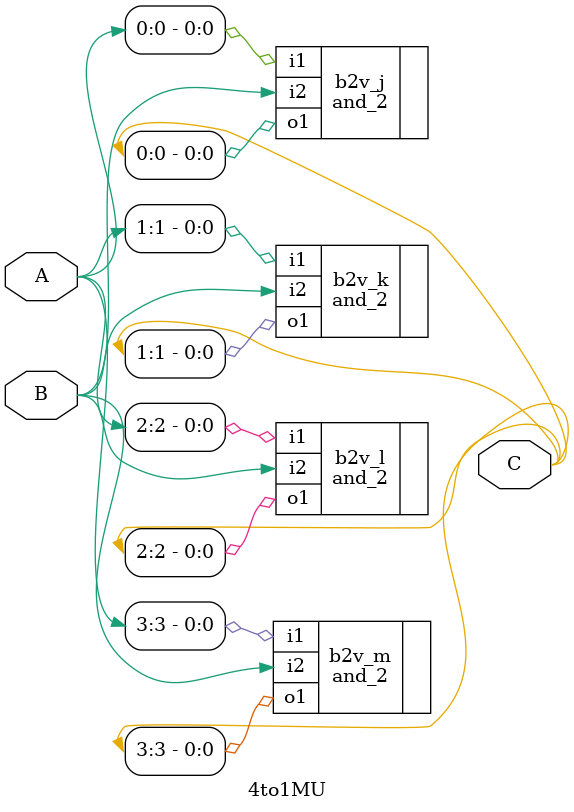
<source format=v>


module \4to1MU (
	B,
	A,
	C
);


input wire	B;
input wire	[3:0] A;
output wire	[3:0] C;






and_2	b2v_j(
	.i1(A[0]),
	.i2(B),
	.o1(C[0]));


and_2	b2v_k(
	.i1(A[1]),
	.i2(B),
	.o1(C[1]));


and_2	b2v_l(
	.i1(A[2]),
	.i2(B),
	.o1(C[2]));


and_2	b2v_m(
	.i1(A[3]),
	.i2(B),
	.o1(C[3]));


endmodule

</source>
